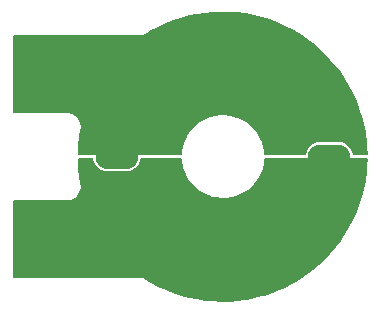
<source format=gbr>
%TF.GenerationSoftware,KiCad,Pcbnew,(6.0.0)*%
%TF.CreationDate,2022-07-17T22:10:51+12:00*%
%TF.ProjectId,MOTOR_TERMINAL_BREAKOUT_25,4d4f544f-525f-4544-9552-4d494e414c5f,0A*%
%TF.SameCoordinates,Original*%
%TF.FileFunction,Copper,L2,Bot*%
%TF.FilePolarity,Positive*%
%FSLAX46Y46*%
G04 Gerber Fmt 4.6, Leading zero omitted, Abs format (unit mm)*
G04 Created by KiCad (PCBNEW (6.0.0)) date 2022-07-17 22:10:51*
%MOMM*%
%LPD*%
G01*
G04 APERTURE LIST*
%TA.AperFunction,ComponentPad*%
%ADD10O,3.600000X2.100000*%
%TD*%
%TA.AperFunction,ComponentPad*%
%ADD11O,2.100000X3.600000*%
%TD*%
%TA.AperFunction,ComponentPad*%
%ADD12C,3.600000*%
%TD*%
%TA.AperFunction,ConnectorPad*%
%ADD13C,5.700000*%
%TD*%
%TA.AperFunction,ViaPad*%
%ADD14C,0.650000*%
%TD*%
G04 APERTURE END LIST*
D10*
%TO.P,H5,1,1*%
%TO.N,+BATT*%
X211000000Y-150000000D03*
%TD*%
%TO.P,H12,1,1*%
%TO.N,GND*%
X229000000Y-150000000D03*
%TD*%
D11*
%TO.P,H3,1,1*%
%TO.N,+BATT*%
X220000000Y-141000000D03*
%TD*%
%TO.P,H6,1,1*%
%TO.N,GND*%
X220000000Y-159000000D03*
%TD*%
D12*
%TO.P,H1,1,1*%
%TO.N,+BATT*%
X205500000Y-143000000D03*
D13*
X205500000Y-143000000D03*
%TD*%
D12*
%TO.P,H2,1,1*%
%TO.N,GND*%
X205500000Y-157000000D03*
D13*
X205500000Y-157000000D03*
%TD*%
D14*
%TO.N,GND*%
X203750000Y-155250000D03*
X202750000Y-159750000D03*
X215000000Y-151750000D03*
X205500000Y-159500000D03*
X203750000Y-158750000D03*
X207000000Y-155000000D03*
X203000000Y-157000000D03*
X205500000Y-154500000D03*
X202750000Y-154250000D03*
X207000000Y-159000000D03*
X214000000Y-150750000D03*
X208000000Y-157000000D03*
X216000000Y-150750000D03*
%TO.N,+BATT*%
X203750000Y-141250000D03*
X207250000Y-141250000D03*
X208000000Y-143000000D03*
X205500000Y-145500000D03*
X207250000Y-144750000D03*
X202750000Y-140250000D03*
X203000000Y-143000000D03*
X214000000Y-149250000D03*
X216000000Y-149250000D03*
X205500000Y-140500000D03*
X215000000Y-148250000D03*
X203750000Y-144750000D03*
X202750000Y-145750000D03*
%TD*%
%TA.AperFunction,Conductor*%
%TO.N,GND*%
G36*
X208958845Y-150120002D02*
G01*
X209005338Y-150173658D01*
X209015810Y-150210855D01*
X209021883Y-150261044D01*
X209087519Y-150474400D01*
X209090095Y-150479390D01*
X209090095Y-150479391D01*
X209139685Y-150575469D01*
X209189901Y-150672759D01*
X209193310Y-150677201D01*
X209193312Y-150677205D01*
X209279975Y-150790146D01*
X209325790Y-150849854D01*
X209490893Y-151000086D01*
X209679990Y-151118707D01*
X209818517Y-151174394D01*
X209842963Y-151184221D01*
X209887105Y-151201966D01*
X209892593Y-151203103D01*
X209892598Y-151203104D01*
X210042896Y-151234229D01*
X210105690Y-151247233D01*
X210110303Y-151247499D01*
X210160526Y-151250395D01*
X210160530Y-151250395D01*
X210162349Y-151250500D01*
X211806630Y-151250500D01*
X211809417Y-151250251D01*
X211809423Y-151250251D01*
X211878997Y-151244041D01*
X211972339Y-151235711D01*
X211977753Y-151234230D01*
X211977758Y-151234229D01*
X212148805Y-151187435D01*
X212187651Y-151176808D01*
X212192709Y-151174396D01*
X212192713Y-151174394D01*
X212309462Y-151118707D01*
X212389129Y-151080708D01*
X212570405Y-150950448D01*
X212725749Y-150790146D01*
X212850250Y-150604868D01*
X212939974Y-150400471D01*
X212941282Y-150395023D01*
X212941284Y-150395017D01*
X212988923Y-150196586D01*
X213024275Y-150135016D01*
X213087302Y-150102334D01*
X213111442Y-150100000D01*
X216380018Y-150100000D01*
X216448139Y-150120002D01*
X216494632Y-150173658D01*
X216505620Y-150216002D01*
X216525326Y-150463621D01*
X216525946Y-150466916D01*
X216525946Y-150466919D01*
X216587486Y-150794174D01*
X216594266Y-150830229D01*
X216701773Y-151187435D01*
X216703076Y-151190527D01*
X216703077Y-151190530D01*
X216728348Y-151250500D01*
X216846629Y-151531195D01*
X216848248Y-151534122D01*
X216848252Y-151534130D01*
X216948617Y-151715565D01*
X217027195Y-151857615D01*
X217029122Y-151860362D01*
X217177055Y-152071241D01*
X217241424Y-152163000D01*
X217486893Y-152443890D01*
X217760820Y-152697106D01*
X217763518Y-152699114D01*
X217763520Y-152699115D01*
X217969448Y-152852329D01*
X218060104Y-152919779D01*
X218062990Y-152921483D01*
X218062997Y-152921487D01*
X218378464Y-153107682D01*
X218378469Y-153107684D01*
X218381355Y-153109388D01*
X218384408Y-153110776D01*
X218717889Y-153262401D01*
X218717895Y-153262403D01*
X218720936Y-153263786D01*
X218724109Y-153264839D01*
X218724113Y-153264840D01*
X218784300Y-153284803D01*
X219075001Y-153381225D01*
X219078261Y-153381933D01*
X219078269Y-153381935D01*
X219278545Y-153425419D01*
X219439542Y-153460375D01*
X219810428Y-153500338D01*
X219812953Y-153500406D01*
X219812963Y-153500407D01*
X219814716Y-153500454D01*
X219816414Y-153500500D01*
X220093239Y-153500500D01*
X220094905Y-153500411D01*
X220094914Y-153500411D01*
X220369173Y-153485798D01*
X220369182Y-153485797D01*
X220372505Y-153485620D01*
X220611413Y-153447139D01*
X220737490Y-153426832D01*
X220737493Y-153426831D01*
X220740792Y-153426300D01*
X220744022Y-153425420D01*
X220744024Y-153425419D01*
X221097445Y-153329066D01*
X221097446Y-153329066D01*
X221100691Y-153328181D01*
X221448124Y-153192372D01*
X221611159Y-153107682D01*
X221776189Y-153021956D01*
X221776192Y-153021954D01*
X221779159Y-153020413D01*
X222090047Y-152814251D01*
X222158694Y-152757361D01*
X222374683Y-152578362D01*
X222374689Y-152578357D01*
X222377267Y-152576220D01*
X222482625Y-152468067D01*
X222635227Y-152311417D01*
X222635235Y-152311408D01*
X222637566Y-152309015D01*
X222867998Y-152015663D01*
X223055884Y-151715565D01*
X223064170Y-151702330D01*
X223064172Y-151702327D01*
X223065951Y-151699485D01*
X223229186Y-151364062D01*
X223230319Y-151360923D01*
X223230323Y-151360914D01*
X223354717Y-151016338D01*
X223355853Y-151013192D01*
X223356649Y-151009940D01*
X223443722Y-150654102D01*
X223443723Y-150654098D01*
X223444518Y-150650848D01*
X223494176Y-150281135D01*
X223495760Y-150222591D01*
X223517597Y-150155037D01*
X223572491Y-150110013D01*
X223621714Y-150100000D01*
X232104758Y-150100000D01*
X232172879Y-150120002D01*
X232219372Y-150173658D01*
X232230708Y-150229551D01*
X232217764Y-150688624D01*
X232217364Y-150695716D01*
X232159476Y-151378620D01*
X232158677Y-151385677D01*
X232069696Y-152012821D01*
X232062400Y-152064240D01*
X232061204Y-152071241D01*
X231926848Y-152743280D01*
X231925260Y-152750203D01*
X231753245Y-153413625D01*
X231751269Y-153420447D01*
X231542152Y-154073102D01*
X231539795Y-154079803D01*
X231294225Y-154719661D01*
X231291494Y-154726217D01*
X231010270Y-155351198D01*
X231007174Y-155357591D01*
X230691172Y-155965750D01*
X230687721Y-155971957D01*
X230337958Y-156561337D01*
X230334179Y-156567315D01*
X230066550Y-156965336D01*
X229951743Y-157136077D01*
X229947615Y-157141857D01*
X229533756Y-157688141D01*
X229529309Y-157693679D01*
X229085330Y-158215772D01*
X229080578Y-158221051D01*
X228607892Y-158717290D01*
X228602851Y-158722293D01*
X228102924Y-159191138D01*
X228097608Y-159195848D01*
X227572090Y-159635751D01*
X227566517Y-159640155D01*
X227017037Y-160049754D01*
X227011231Y-160053833D01*
X226439524Y-160431833D01*
X226433511Y-160435570D01*
X226170396Y-160588962D01*
X225841410Y-160780756D01*
X225835176Y-160784158D01*
X225224610Y-161095410D01*
X225218194Y-161098457D01*
X224591009Y-161374833D01*
X224584431Y-161377512D01*
X223942701Y-161618098D01*
X223936009Y-161620394D01*
X223445640Y-161773322D01*
X223281729Y-161824440D01*
X223274893Y-161826363D01*
X222610133Y-161993225D01*
X222603230Y-161994751D01*
X222316583Y-162049746D01*
X221930142Y-162123886D01*
X221923132Y-162125027D01*
X221758429Y-162147092D01*
X221243848Y-162216029D01*
X221236820Y-162216770D01*
X220553445Y-162269355D01*
X220546378Y-162269698D01*
X220203763Y-162276695D01*
X219861163Y-162283691D01*
X219854061Y-162283636D01*
X219169138Y-162258997D01*
X219162050Y-162258541D01*
X218479632Y-162195350D01*
X218472581Y-162194496D01*
X217794796Y-162092951D01*
X217787804Y-162091701D01*
X217116832Y-161952129D01*
X217109922Y-161950488D01*
X216447848Y-161773322D01*
X216441042Y-161771293D01*
X215790021Y-161557108D01*
X215783339Y-161554699D01*
X215145417Y-161304169D01*
X215138882Y-161301387D01*
X214964835Y-161221439D01*
X214516092Y-161015310D01*
X214509752Y-161012179D01*
X213904030Y-160691443D01*
X213897881Y-160687961D01*
X213339302Y-160350580D01*
X213332036Y-160344818D01*
X213321177Y-160337807D01*
X213311269Y-160327655D01*
X213299837Y-160323495D01*
X213299375Y-160323162D01*
X213299311Y-160323125D01*
X213298785Y-160322903D01*
X213289285Y-160315306D01*
X213264375Y-160309578D01*
X213249534Y-160305189D01*
X213225523Y-160296451D01*
X213196231Y-160299376D01*
X213183713Y-160300000D01*
X202326000Y-160300000D01*
X202257879Y-160279998D01*
X202211386Y-160226342D01*
X202200000Y-160174000D01*
X202200000Y-153826000D01*
X202220002Y-153757879D01*
X202273658Y-153711386D01*
X202326000Y-153700000D01*
X206696189Y-153700000D01*
X206724638Y-153703254D01*
X206732785Y-153705142D01*
X206733501Y-153705143D01*
X206740431Y-153703562D01*
X206745122Y-153703037D01*
X206749081Y-153702657D01*
X206919964Y-153688980D01*
X206924987Y-153688578D01*
X207031440Y-153662573D01*
X207106714Y-153644184D01*
X207106716Y-153644183D01*
X207111597Y-153642991D01*
X207288581Y-153568303D01*
X207451433Y-153466415D01*
X207455211Y-153463109D01*
X207455217Y-153463105D01*
X207550004Y-153380172D01*
X207596006Y-153339923D01*
X207718619Y-153192045D01*
X207816151Y-153026549D01*
X207886118Y-152847646D01*
X207893344Y-152814251D01*
X207925675Y-152664810D01*
X207926739Y-152659892D01*
X207936980Y-152468067D01*
X207936446Y-152463068D01*
X207936446Y-152463062D01*
X207919994Y-152309015D01*
X207918360Y-152293717D01*
X207917965Y-152289270D01*
X207917740Y-152286100D01*
X207917867Y-152285517D01*
X207917655Y-152284131D01*
X207917930Y-152277529D01*
X207917865Y-152277179D01*
X207917865Y-152277177D01*
X207917864Y-152277175D01*
X207917799Y-152276825D01*
X207914944Y-152270266D01*
X207912849Y-152263422D01*
X207913138Y-152263334D01*
X207906881Y-152242116D01*
X207894289Y-152165538D01*
X207820294Y-151715549D01*
X207819479Y-151709755D01*
X207798599Y-151531195D01*
X207753644Y-151146770D01*
X207753098Y-151140929D01*
X207713538Y-150575469D01*
X207713265Y-150569609D01*
X207705949Y-150255482D01*
X207705331Y-150228933D01*
X207723742Y-150160366D01*
X207776300Y-150112636D01*
X207831297Y-150100000D01*
X208890724Y-150100000D01*
X208958845Y-150120002D01*
G37*
%TD.AperFunction*%
%TD*%
%TA.AperFunction,Conductor*%
%TO.N,+BATT*%
G36*
X220203764Y-137723305D02*
G01*
X220546378Y-137730302D01*
X220553445Y-137730645D01*
X221236820Y-137783230D01*
X221243848Y-137783971D01*
X221726028Y-137848567D01*
X221923132Y-137874973D01*
X221930142Y-137876114D01*
X222234652Y-137934535D01*
X222603230Y-138005249D01*
X222610133Y-138006775D01*
X223274892Y-138173637D01*
X223281728Y-138175560D01*
X223936009Y-138379606D01*
X223942701Y-138381902D01*
X224168274Y-138466470D01*
X224584431Y-138622488D01*
X224591009Y-138625167D01*
X225218194Y-138901543D01*
X225224610Y-138904590D01*
X225835176Y-139215842D01*
X225841410Y-139219244D01*
X226433511Y-139564430D01*
X226439524Y-139568167D01*
X226829484Y-139826000D01*
X227011225Y-139946163D01*
X227017037Y-139950246D01*
X227566517Y-140359845D01*
X227572090Y-140364249D01*
X228097608Y-140804152D01*
X228102924Y-140808862D01*
X228602851Y-141277707D01*
X228607892Y-141282710D01*
X229080578Y-141778949D01*
X229085330Y-141784228D01*
X229529309Y-142306321D01*
X229533756Y-142311859D01*
X229947615Y-142858143D01*
X229951743Y-142863923D01*
X230334179Y-143432685D01*
X230337958Y-143438663D01*
X230571341Y-143831933D01*
X230687721Y-144028043D01*
X230691172Y-144034250D01*
X231007174Y-144642409D01*
X231010270Y-144648802D01*
X231291494Y-145273783D01*
X231294225Y-145280339D01*
X231539795Y-145920197D01*
X231542152Y-145926898D01*
X231751269Y-146579553D01*
X231753245Y-146586375D01*
X231925260Y-147249797D01*
X231926848Y-147256720D01*
X232061204Y-147928759D01*
X232062399Y-147935756D01*
X232091327Y-148139638D01*
X232158677Y-148614323D01*
X232159476Y-148621380D01*
X232217364Y-149304284D01*
X232217764Y-149311376D01*
X232230708Y-149770449D01*
X232212634Y-149839106D01*
X232160310Y-149887093D01*
X232104758Y-149900000D01*
X231109276Y-149900000D01*
X231041155Y-149879998D01*
X230994662Y-149826342D01*
X230984190Y-149789145D01*
X230978117Y-149738956D01*
X230912481Y-149525600D01*
X230861825Y-149427456D01*
X230812672Y-149332226D01*
X230810099Y-149327241D01*
X230806690Y-149322799D01*
X230806688Y-149322795D01*
X230677620Y-149154590D01*
X230674210Y-149150146D01*
X230509107Y-148999914D01*
X230320010Y-148881293D01*
X230163009Y-148818179D01*
X230118097Y-148800125D01*
X230118095Y-148800124D01*
X230112895Y-148798034D01*
X230107407Y-148796897D01*
X230107402Y-148796896D01*
X229942845Y-148762818D01*
X229894310Y-148752767D01*
X229889697Y-148752501D01*
X229839474Y-148749605D01*
X229839470Y-148749605D01*
X229837651Y-148749500D01*
X228193370Y-148749500D01*
X228190583Y-148749749D01*
X228190577Y-148749749D01*
X228121003Y-148755959D01*
X228027661Y-148764289D01*
X228022247Y-148765770D01*
X228022242Y-148765771D01*
X227908470Y-148796896D01*
X227812349Y-148823192D01*
X227807291Y-148825604D01*
X227807287Y-148825606D01*
X227737127Y-148859071D01*
X227610871Y-148919292D01*
X227429595Y-149049552D01*
X227274251Y-149209854D01*
X227149750Y-149395132D01*
X227060026Y-149599529D01*
X227058718Y-149604977D01*
X227058716Y-149604983D01*
X227011077Y-149803414D01*
X226975725Y-149864984D01*
X226912698Y-149897666D01*
X226888558Y-149900000D01*
X223619982Y-149900000D01*
X223551861Y-149879998D01*
X223505368Y-149826342D01*
X223494380Y-149783998D01*
X223474674Y-149536379D01*
X223472647Y-149525600D01*
X223406352Y-149173055D01*
X223406350Y-149173047D01*
X223405734Y-149169771D01*
X223298227Y-148812565D01*
X223271697Y-148749605D01*
X223214690Y-148614323D01*
X223153371Y-148468805D01*
X223151752Y-148465878D01*
X223151748Y-148465870D01*
X222974429Y-148145320D01*
X222974425Y-148145314D01*
X222972805Y-148142385D01*
X222825395Y-147932251D01*
X222760511Y-147839758D01*
X222760509Y-147839755D01*
X222758576Y-147837000D01*
X222513107Y-147556110D01*
X222239180Y-147302894D01*
X222085952Y-147188889D01*
X221942595Y-147082229D01*
X221942594Y-147082228D01*
X221939896Y-147080221D01*
X221937010Y-147078517D01*
X221937003Y-147078513D01*
X221621536Y-146892318D01*
X221621531Y-146892316D01*
X221618645Y-146890612D01*
X221439538Y-146809177D01*
X221282111Y-146737599D01*
X221282105Y-146737597D01*
X221279064Y-146736214D01*
X221275891Y-146735161D01*
X221275887Y-146735160D01*
X221169777Y-146699965D01*
X220924999Y-146618775D01*
X220921739Y-146618067D01*
X220921731Y-146618065D01*
X220683559Y-146566353D01*
X220560458Y-146539625D01*
X220189572Y-146499662D01*
X220187047Y-146499594D01*
X220187037Y-146499593D01*
X220185284Y-146499546D01*
X220183586Y-146499500D01*
X219906761Y-146499500D01*
X219905095Y-146499589D01*
X219905086Y-146499589D01*
X219630827Y-146514202D01*
X219630818Y-146514203D01*
X219627495Y-146514380D01*
X219434604Y-146545449D01*
X219262510Y-146573168D01*
X219262507Y-146573169D01*
X219259208Y-146573700D01*
X219255978Y-146574580D01*
X219255976Y-146574581D01*
X219090011Y-146619828D01*
X218899309Y-146671819D01*
X218551876Y-146807628D01*
X218548894Y-146809177D01*
X218240995Y-146969118D01*
X218220841Y-146979587D01*
X217909953Y-147185749D01*
X217907377Y-147187884D01*
X217625317Y-147421638D01*
X217625311Y-147421643D01*
X217622733Y-147423780D01*
X217620389Y-147426187D01*
X217620386Y-147426189D01*
X217364773Y-147688583D01*
X217364765Y-147688592D01*
X217362434Y-147690985D01*
X217132002Y-147984337D01*
X217130223Y-147987179D01*
X216942303Y-148287332D01*
X216934049Y-148300515D01*
X216770814Y-148635938D01*
X216769681Y-148639077D01*
X216769677Y-148639086D01*
X216728299Y-148753704D01*
X216644147Y-148986808D01*
X216643352Y-148990056D01*
X216643351Y-148990060D01*
X216560844Y-149327241D01*
X216555482Y-149349152D01*
X216505824Y-149718865D01*
X216504240Y-149777408D01*
X216482403Y-149844963D01*
X216427509Y-149889987D01*
X216378286Y-149900000D01*
X207831297Y-149900000D01*
X207763176Y-149879998D01*
X207716683Y-149826342D01*
X207705331Y-149771066D01*
X207705346Y-149770449D01*
X207709446Y-149594388D01*
X207713265Y-149430391D01*
X207713538Y-149424531D01*
X207753098Y-148859071D01*
X207753644Y-148853230D01*
X207780756Y-148621380D01*
X207819480Y-148290236D01*
X207820296Y-148284436D01*
X207829058Y-148231156D01*
X207906789Y-147758446D01*
X207913064Y-147737303D01*
X207912692Y-147737188D01*
X207914804Y-147730388D01*
X207917665Y-147723878D01*
X207917799Y-147723175D01*
X207917528Y-147716045D01*
X207917881Y-147711359D01*
X207918237Y-147707441D01*
X207936446Y-147536938D01*
X207936446Y-147536932D01*
X207936980Y-147531933D01*
X207926739Y-147340108D01*
X207907200Y-147249797D01*
X207887181Y-147157265D01*
X207887179Y-147157259D01*
X207886118Y-147152354D01*
X207816151Y-146973451D01*
X207718619Y-146807955D01*
X207596006Y-146660077D01*
X207498289Y-146574581D01*
X207455217Y-146536895D01*
X207455211Y-146536891D01*
X207451433Y-146533585D01*
X207288581Y-146431697D01*
X207111597Y-146357009D01*
X207106716Y-146355817D01*
X207106714Y-146355816D01*
X206929880Y-146312617D01*
X206929876Y-146312616D01*
X206924987Y-146311422D01*
X206750205Y-146297432D01*
X206745882Y-146297011D01*
X206741166Y-146296468D01*
X206734217Y-146294858D01*
X206733501Y-146294857D01*
X206724783Y-146296846D01*
X206696768Y-146300000D01*
X202326000Y-146300000D01*
X202257879Y-146279998D01*
X202211386Y-146226342D01*
X202200000Y-146174000D01*
X202200000Y-139826000D01*
X202220002Y-139757879D01*
X202273658Y-139711386D01*
X202326000Y-139700000D01*
X213183138Y-139700000D01*
X213196096Y-139700668D01*
X213210700Y-139702178D01*
X213224812Y-139703637D01*
X213238159Y-139698833D01*
X213238165Y-139698832D01*
X213249127Y-139694886D01*
X213263771Y-139690597D01*
X213268605Y-139689494D01*
X213275128Y-139688006D01*
X213275129Y-139688006D01*
X213288962Y-139684850D01*
X213298362Y-139677360D01*
X213298485Y-139677308D01*
X213299253Y-139676879D01*
X213299358Y-139676804D01*
X213310667Y-139672733D01*
X213320613Y-139662612D01*
X213330537Y-139656254D01*
X213338812Y-139649716D01*
X213511284Y-139545543D01*
X213897881Y-139312039D01*
X213904030Y-139308557D01*
X214509752Y-138987821D01*
X214516092Y-138984690D01*
X215138882Y-138698613D01*
X215145417Y-138695831D01*
X215783339Y-138445301D01*
X215790021Y-138442892D01*
X216441042Y-138228707D01*
X216447848Y-138226678D01*
X217109922Y-138049512D01*
X217116832Y-138047871D01*
X217787804Y-137908299D01*
X217794796Y-137907049D01*
X218472581Y-137805504D01*
X218479632Y-137804650D01*
X219162050Y-137741459D01*
X219169138Y-137741003D01*
X219854061Y-137716364D01*
X219861163Y-137716309D01*
X220203764Y-137723305D01*
G37*
%TD.AperFunction*%
%TD*%
M02*

</source>
